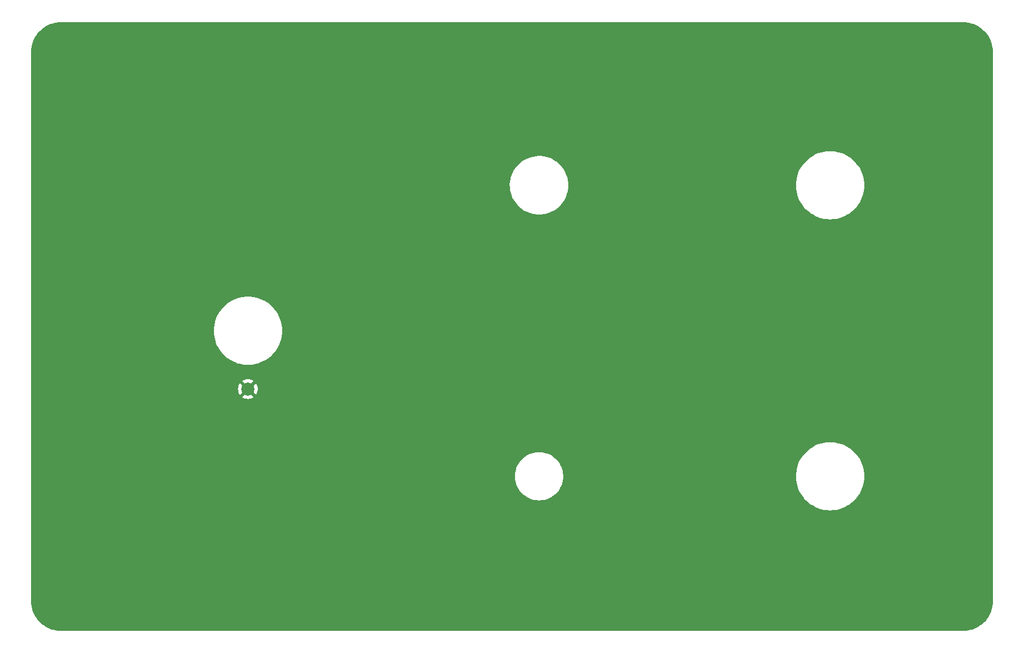
<source format=gtl>
G04 #@! TF.GenerationSoftware,KiCad,Pcbnew,6.0.5+dfsg-1~bpo11+1*
G04 #@! TF.CreationDate,2022-08-10T11:57:08+00:00*
G04 #@! TF.ProjectId,mod_osc_pcb_panel,6d6f645f-6f73-4635-9f70-63625f70616e,0*
G04 #@! TF.SameCoordinates,Original*
G04 #@! TF.FileFunction,Copper,L1,Top*
G04 #@! TF.FilePolarity,Positive*
%FSLAX46Y46*%
G04 Gerber Fmt 4.6, Leading zero omitted, Abs format (unit mm)*
G04 Created by KiCad (PCBNEW 6.0.5+dfsg-1~bpo11+1) date 2022-08-10 11:57:08*
%MOMM*%
%LPD*%
G01*
G04 APERTURE LIST*
G04 #@! TA.AperFunction,ComponentPad*
%ADD10C,2.000000*%
G04 #@! TD*
G04 APERTURE END LIST*
D10*
X96012000Y-108331000D03*
G04 #@! TA.AperFunction,Conductor*
G36*
X205202018Y-52326000D02*
G01*
X205216851Y-52328310D01*
X205216855Y-52328310D01*
X205225724Y-52329691D01*
X205246183Y-52327016D01*
X205268008Y-52326072D01*
X205624937Y-52341656D01*
X205635886Y-52342614D01*
X206020379Y-52393233D01*
X206031205Y-52395142D01*
X206409822Y-52479080D01*
X206420439Y-52481925D01*
X206590702Y-52535608D01*
X206790302Y-52598542D01*
X206800615Y-52602295D01*
X207158932Y-52750715D01*
X207168876Y-52755353D01*
X207512867Y-52934423D01*
X207522387Y-52939919D01*
X207849468Y-53148292D01*
X207858472Y-53154597D01*
X208166138Y-53390678D01*
X208174558Y-53397743D01*
X208460483Y-53659744D01*
X208468256Y-53667517D01*
X208730257Y-53953442D01*
X208737322Y-53961862D01*
X208973403Y-54269528D01*
X208979708Y-54278532D01*
X209188081Y-54605613D01*
X209193577Y-54615133D01*
X209372643Y-54959115D01*
X209377289Y-54969077D01*
X209525702Y-55327377D01*
X209529461Y-55337706D01*
X209646075Y-55707561D01*
X209648920Y-55718178D01*
X209732858Y-56096795D01*
X209734767Y-56107621D01*
X209785386Y-56492114D01*
X209786344Y-56503064D01*
X209801603Y-56852552D01*
X209800223Y-56877429D01*
X209798309Y-56889724D01*
X209799473Y-56898626D01*
X209799473Y-56898628D01*
X209802436Y-56921283D01*
X209803500Y-56937621D01*
X209803500Y-140666633D01*
X209802000Y-140686018D01*
X209799690Y-140700851D01*
X209799690Y-140700855D01*
X209798309Y-140709724D01*
X209800984Y-140730183D01*
X209801928Y-140752012D01*
X209786344Y-141108936D01*
X209785386Y-141119886D01*
X209734767Y-141504379D01*
X209732858Y-141515205D01*
X209648920Y-141893822D01*
X209646075Y-141904439D01*
X209529461Y-142274294D01*
X209525702Y-142284623D01*
X209377289Y-142642923D01*
X209372643Y-142652885D01*
X209193577Y-142996867D01*
X209188081Y-143006387D01*
X208979708Y-143333468D01*
X208973403Y-143342472D01*
X208737322Y-143650138D01*
X208730257Y-143658558D01*
X208468256Y-143944483D01*
X208460483Y-143952256D01*
X208174558Y-144214257D01*
X208166138Y-144221322D01*
X207858472Y-144457403D01*
X207849468Y-144463708D01*
X207522387Y-144672081D01*
X207512868Y-144677576D01*
X207168876Y-144856647D01*
X207158932Y-144861285D01*
X206800615Y-145009705D01*
X206790302Y-145013458D01*
X206590702Y-145076392D01*
X206420439Y-145130075D01*
X206409822Y-145132920D01*
X206031205Y-145216858D01*
X206020379Y-145218767D01*
X205635886Y-145269386D01*
X205624937Y-145270344D01*
X205275446Y-145285603D01*
X205250571Y-145284223D01*
X205238276Y-145282309D01*
X205229374Y-145283473D01*
X205229372Y-145283473D01*
X205214323Y-145285441D01*
X205206714Y-145286436D01*
X205190379Y-145287500D01*
X67486367Y-145287500D01*
X67466982Y-145286000D01*
X67452149Y-145283690D01*
X67452145Y-145283690D01*
X67443276Y-145282309D01*
X67422817Y-145284984D01*
X67400992Y-145285928D01*
X67044063Y-145270344D01*
X67033114Y-145269386D01*
X66648621Y-145218767D01*
X66637795Y-145216858D01*
X66259178Y-145132920D01*
X66248561Y-145130075D01*
X66078298Y-145076392D01*
X65878698Y-145013458D01*
X65868385Y-145009705D01*
X65510068Y-144861285D01*
X65500124Y-144856647D01*
X65156132Y-144677576D01*
X65146613Y-144672081D01*
X64819532Y-144463708D01*
X64810528Y-144457403D01*
X64502862Y-144221322D01*
X64494442Y-144214257D01*
X64208517Y-143952256D01*
X64200744Y-143944483D01*
X63938743Y-143658558D01*
X63931678Y-143650138D01*
X63695597Y-143342472D01*
X63689292Y-143333468D01*
X63480919Y-143006387D01*
X63475423Y-142996867D01*
X63296357Y-142652885D01*
X63291711Y-142642923D01*
X63143298Y-142284623D01*
X63139539Y-142274294D01*
X63022925Y-141904439D01*
X63020080Y-141893822D01*
X62936142Y-141515205D01*
X62934233Y-141504379D01*
X62883614Y-141119886D01*
X62882656Y-141108936D01*
X62867561Y-140763208D01*
X62869188Y-140736805D01*
X62869769Y-140733352D01*
X62869770Y-140733345D01*
X62870576Y-140728552D01*
X62870729Y-140716000D01*
X62866773Y-140688376D01*
X62865500Y-140670514D01*
X62865500Y-121666000D01*
X136773445Y-121666000D01*
X136793651Y-122051559D01*
X136794164Y-122054799D01*
X136794165Y-122054807D01*
X136821970Y-122230357D01*
X136854049Y-122432894D01*
X136953976Y-122805826D01*
X137092337Y-123166270D01*
X137093835Y-123169210D01*
X137237572Y-123451308D01*
X137267618Y-123510277D01*
X137477896Y-123834078D01*
X137720869Y-124134125D01*
X137993875Y-124407131D01*
X138293922Y-124650104D01*
X138617722Y-124860382D01*
X138620656Y-124861877D01*
X138620663Y-124861881D01*
X138829246Y-124968159D01*
X138961730Y-125035663D01*
X139322174Y-125174024D01*
X139695106Y-125273951D01*
X139897643Y-125306030D01*
X140073193Y-125333835D01*
X140073201Y-125333836D01*
X140076441Y-125334349D01*
X140462000Y-125354555D01*
X140847559Y-125334349D01*
X140850799Y-125333836D01*
X140850807Y-125333835D01*
X141026357Y-125306030D01*
X141228894Y-125273951D01*
X141601826Y-125174024D01*
X141962270Y-125035663D01*
X142094754Y-124968159D01*
X142303337Y-124861881D01*
X142303344Y-124861877D01*
X142306278Y-124860382D01*
X142630078Y-124650104D01*
X142930125Y-124407131D01*
X143203131Y-124134125D01*
X143446104Y-123834078D01*
X143656382Y-123510277D01*
X143686429Y-123451308D01*
X143830165Y-123169210D01*
X143831663Y-123166270D01*
X143970024Y-122805826D01*
X144069951Y-122432894D01*
X144102030Y-122230357D01*
X144129835Y-122054807D01*
X144129836Y-122054799D01*
X144130349Y-122051559D01*
X144150555Y-121666000D01*
X179699539Y-121666000D01*
X179699659Y-121668748D01*
X179716515Y-122054807D01*
X179719374Y-122120296D01*
X179778728Y-122571134D01*
X179877149Y-123015084D01*
X179877977Y-123017709D01*
X179877978Y-123017714D01*
X179942394Y-123222013D01*
X180013889Y-123448767D01*
X180187906Y-123868881D01*
X180397876Y-124272230D01*
X180642202Y-124655745D01*
X180643868Y-124657916D01*
X180643870Y-124657919D01*
X180881926Y-124968159D01*
X180919023Y-125016505D01*
X181226233Y-125351767D01*
X181561495Y-125658977D01*
X181563657Y-125660636D01*
X181563663Y-125660641D01*
X181780495Y-125827022D01*
X181922255Y-125935798D01*
X182305769Y-126180124D01*
X182709119Y-126390094D01*
X183129233Y-126564111D01*
X183131853Y-126564937D01*
X183131861Y-126564940D01*
X183560286Y-126700022D01*
X183560291Y-126700023D01*
X183562916Y-126700851D01*
X184006866Y-126799272D01*
X184009585Y-126799630D01*
X184009591Y-126799631D01*
X184178548Y-126821874D01*
X184457704Y-126858626D01*
X184460453Y-126858746D01*
X184460464Y-126858747D01*
X184909252Y-126878341D01*
X184912000Y-126878461D01*
X184914748Y-126878341D01*
X185363536Y-126858747D01*
X185363547Y-126858746D01*
X185366296Y-126858626D01*
X185645452Y-126821874D01*
X185814409Y-126799631D01*
X185814415Y-126799630D01*
X185817134Y-126799272D01*
X186261084Y-126700851D01*
X186263709Y-126700023D01*
X186263714Y-126700022D01*
X186692139Y-126564940D01*
X186692147Y-126564937D01*
X186694767Y-126564111D01*
X187114881Y-126390094D01*
X187518231Y-126180124D01*
X187901745Y-125935798D01*
X188043505Y-125827022D01*
X188260337Y-125660641D01*
X188260343Y-125660636D01*
X188262505Y-125658977D01*
X188597767Y-125351767D01*
X188904977Y-125016505D01*
X188942075Y-124968159D01*
X189180130Y-124657919D01*
X189180132Y-124657916D01*
X189181798Y-124655745D01*
X189426124Y-124272230D01*
X189636094Y-123868881D01*
X189810111Y-123448767D01*
X189881607Y-123222013D01*
X189946022Y-123017714D01*
X189946023Y-123017709D01*
X189946851Y-123015084D01*
X190045272Y-122571134D01*
X190104626Y-122120296D01*
X190107486Y-122054807D01*
X190124341Y-121668748D01*
X190124461Y-121666000D01*
X190121906Y-121607490D01*
X190104747Y-121214464D01*
X190104746Y-121214453D01*
X190104626Y-121211704D01*
X190057278Y-120852061D01*
X190045631Y-120763591D01*
X190045630Y-120763585D01*
X190045272Y-120760866D01*
X189946851Y-120316916D01*
X189851716Y-120015186D01*
X189810940Y-119885861D01*
X189810937Y-119885853D01*
X189810111Y-119883233D01*
X189636094Y-119463119D01*
X189426124Y-119059770D01*
X189181798Y-118676255D01*
X189026154Y-118473416D01*
X188906641Y-118317663D01*
X188906636Y-118317657D01*
X188904977Y-118315495D01*
X188597767Y-117980233D01*
X188262505Y-117673023D01*
X188260343Y-117671364D01*
X188260337Y-117671359D01*
X187903919Y-117397870D01*
X187903916Y-117397868D01*
X187901745Y-117396202D01*
X187518231Y-117151876D01*
X187114881Y-116941906D01*
X186694767Y-116767889D01*
X186692147Y-116767063D01*
X186692139Y-116767060D01*
X186263714Y-116631978D01*
X186263709Y-116631977D01*
X186261084Y-116631149D01*
X185817134Y-116532728D01*
X185814415Y-116532370D01*
X185814409Y-116532369D01*
X185645452Y-116510126D01*
X185366296Y-116473374D01*
X185363547Y-116473254D01*
X185363536Y-116473253D01*
X184914748Y-116453659D01*
X184912000Y-116453539D01*
X184909252Y-116453659D01*
X184460464Y-116473253D01*
X184460453Y-116473254D01*
X184457704Y-116473374D01*
X184178548Y-116510126D01*
X184009591Y-116532369D01*
X184009585Y-116532370D01*
X184006866Y-116532728D01*
X183562916Y-116631149D01*
X183560291Y-116631977D01*
X183560286Y-116631978D01*
X183131861Y-116767060D01*
X183131853Y-116767063D01*
X183129233Y-116767889D01*
X182709119Y-116941906D01*
X182305770Y-117151876D01*
X181922255Y-117396202D01*
X181920084Y-117397868D01*
X181920081Y-117397870D01*
X181563663Y-117671359D01*
X181563657Y-117671364D01*
X181561495Y-117673023D01*
X181226233Y-117980233D01*
X180919023Y-118315495D01*
X180917364Y-118317657D01*
X180917359Y-118317663D01*
X180797846Y-118473416D01*
X180642202Y-118676255D01*
X180397876Y-119059770D01*
X180187906Y-119463119D01*
X180013889Y-119883233D01*
X180013063Y-119885853D01*
X180013060Y-119885861D01*
X179972284Y-120015186D01*
X179877149Y-120316916D01*
X179778728Y-120760866D01*
X179778370Y-120763585D01*
X179778369Y-120763591D01*
X179766722Y-120852061D01*
X179719374Y-121211704D01*
X179702094Y-121607491D01*
X179699539Y-121666000D01*
X144150555Y-121666000D01*
X144130349Y-121280441D01*
X144117433Y-121198889D01*
X144070467Y-120902367D01*
X144069951Y-120899106D01*
X143970024Y-120526174D01*
X143831663Y-120165730D01*
X143754957Y-120015186D01*
X143657881Y-119824664D01*
X143657877Y-119824657D01*
X143656382Y-119821723D01*
X143446104Y-119497922D01*
X143203131Y-119197875D01*
X142930125Y-118924869D01*
X142630078Y-118681896D01*
X142306278Y-118471618D01*
X142303344Y-118470123D01*
X142303337Y-118470119D01*
X141965210Y-118297835D01*
X141962270Y-118296337D01*
X141601826Y-118157976D01*
X141228894Y-118058049D01*
X141026357Y-118025970D01*
X140850807Y-117998165D01*
X140850799Y-117998164D01*
X140847559Y-117997651D01*
X140462000Y-117977445D01*
X140076441Y-117997651D01*
X140073201Y-117998164D01*
X140073193Y-117998165D01*
X139897643Y-118025970D01*
X139695106Y-118058049D01*
X139322174Y-118157976D01*
X138961730Y-118296337D01*
X138958790Y-118297835D01*
X138620664Y-118470119D01*
X138620657Y-118470123D01*
X138617723Y-118471618D01*
X138293922Y-118681896D01*
X137993875Y-118924869D01*
X137720869Y-119197875D01*
X137477896Y-119497922D01*
X137267618Y-119821723D01*
X137266123Y-119824657D01*
X137266119Y-119824664D01*
X137169043Y-120015186D01*
X137092337Y-120165730D01*
X136953976Y-120526174D01*
X136854049Y-120899106D01*
X136853533Y-120902367D01*
X136806568Y-121198889D01*
X136793651Y-121280441D01*
X136774908Y-121638077D01*
X136773445Y-121666000D01*
X62865500Y-121666000D01*
X62865500Y-109563670D01*
X95144160Y-109563670D01*
X95149887Y-109571320D01*
X95321042Y-109676205D01*
X95329837Y-109680687D01*
X95539988Y-109767734D01*
X95549373Y-109770783D01*
X95770554Y-109823885D01*
X95780301Y-109825428D01*
X96007070Y-109843275D01*
X96016930Y-109843275D01*
X96243699Y-109825428D01*
X96253446Y-109823885D01*
X96474627Y-109770783D01*
X96484012Y-109767734D01*
X96694163Y-109680687D01*
X96702958Y-109676205D01*
X96870445Y-109573568D01*
X96879907Y-109563110D01*
X96876124Y-109554334D01*
X96024812Y-108703022D01*
X96010868Y-108695408D01*
X96009035Y-108695539D01*
X96002420Y-108699790D01*
X95150920Y-109551290D01*
X95144160Y-109563670D01*
X62865500Y-109563670D01*
X62865500Y-108335930D01*
X94499725Y-108335930D01*
X94517572Y-108562699D01*
X94519115Y-108572446D01*
X94572217Y-108793627D01*
X94575266Y-108803012D01*
X94662313Y-109013163D01*
X94666795Y-109021958D01*
X94769432Y-109189445D01*
X94779890Y-109198907D01*
X94788666Y-109195124D01*
X95639978Y-108343812D01*
X95646356Y-108332132D01*
X96376408Y-108332132D01*
X96376539Y-108333965D01*
X96380790Y-108340580D01*
X97232290Y-109192080D01*
X97244670Y-109198840D01*
X97252320Y-109193113D01*
X97357205Y-109021958D01*
X97361687Y-109013163D01*
X97448734Y-108803012D01*
X97451783Y-108793627D01*
X97504885Y-108572446D01*
X97506428Y-108562699D01*
X97524275Y-108335930D01*
X97524275Y-108326070D01*
X97506428Y-108099301D01*
X97504885Y-108089554D01*
X97451783Y-107868373D01*
X97448734Y-107858988D01*
X97361687Y-107648837D01*
X97357205Y-107640042D01*
X97254568Y-107472555D01*
X97244110Y-107463093D01*
X97235334Y-107466876D01*
X96384022Y-108318188D01*
X96376408Y-108332132D01*
X95646356Y-108332132D01*
X95647592Y-108329868D01*
X95647461Y-108328035D01*
X95643210Y-108321420D01*
X94791710Y-107469920D01*
X94779330Y-107463160D01*
X94771680Y-107468887D01*
X94666795Y-107640042D01*
X94662313Y-107648837D01*
X94575266Y-107858988D01*
X94572217Y-107868373D01*
X94519115Y-108089554D01*
X94517572Y-108099301D01*
X94499725Y-108326070D01*
X94499725Y-108335930D01*
X62865500Y-108335930D01*
X62865500Y-107098890D01*
X95144093Y-107098890D01*
X95147876Y-107107666D01*
X95999188Y-107958978D01*
X96013132Y-107966592D01*
X96014965Y-107966461D01*
X96021580Y-107962210D01*
X96873080Y-107110710D01*
X96879840Y-107098330D01*
X96874113Y-107090680D01*
X96702958Y-106985795D01*
X96694163Y-106981313D01*
X96484012Y-106894266D01*
X96474627Y-106891217D01*
X96253446Y-106838115D01*
X96243699Y-106836572D01*
X96016930Y-106818725D01*
X96007070Y-106818725D01*
X95780301Y-106836572D01*
X95770554Y-106838115D01*
X95549373Y-106891217D01*
X95539988Y-106894266D01*
X95329837Y-106981313D01*
X95321042Y-106985795D01*
X95153555Y-107088432D01*
X95144093Y-107098890D01*
X62865500Y-107098890D01*
X62865500Y-99441000D01*
X90799539Y-99441000D01*
X90799659Y-99443748D01*
X90814849Y-99791652D01*
X90819374Y-99895296D01*
X90878728Y-100346134D01*
X90977149Y-100790084D01*
X90977977Y-100792709D01*
X90977978Y-100792714D01*
X91038173Y-100983626D01*
X91113889Y-101223767D01*
X91287906Y-101643881D01*
X91497876Y-102047230D01*
X91742202Y-102430745D01*
X91743868Y-102432916D01*
X91743870Y-102432919D01*
X91981926Y-102743159D01*
X92019023Y-102791505D01*
X92326233Y-103126767D01*
X92661495Y-103433977D01*
X92663657Y-103435636D01*
X92663663Y-103435641D01*
X92880495Y-103602022D01*
X93022255Y-103710798D01*
X93405769Y-103955124D01*
X93809119Y-104165094D01*
X94229233Y-104339111D01*
X94231853Y-104339937D01*
X94231861Y-104339940D01*
X94660286Y-104475022D01*
X94660291Y-104475023D01*
X94662916Y-104475851D01*
X95106866Y-104574272D01*
X95109585Y-104574630D01*
X95109591Y-104574631D01*
X95278548Y-104596874D01*
X95557704Y-104633626D01*
X95560453Y-104633746D01*
X95560464Y-104633747D01*
X96009252Y-104653341D01*
X96012000Y-104653461D01*
X96014748Y-104653341D01*
X96463536Y-104633747D01*
X96463547Y-104633746D01*
X96466296Y-104633626D01*
X96745452Y-104596874D01*
X96914409Y-104574631D01*
X96914415Y-104574630D01*
X96917134Y-104574272D01*
X97361084Y-104475851D01*
X97363709Y-104475023D01*
X97363714Y-104475022D01*
X97792139Y-104339940D01*
X97792147Y-104339937D01*
X97794767Y-104339111D01*
X98214881Y-104165094D01*
X98618231Y-103955124D01*
X99001745Y-103710798D01*
X99143505Y-103602022D01*
X99360337Y-103435641D01*
X99360343Y-103435636D01*
X99362505Y-103433977D01*
X99697767Y-103126767D01*
X100004977Y-102791505D01*
X100042075Y-102743159D01*
X100280130Y-102432919D01*
X100280132Y-102432916D01*
X100281798Y-102430745D01*
X100526124Y-102047230D01*
X100736094Y-101643881D01*
X100910111Y-101223767D01*
X100985828Y-100983626D01*
X101046022Y-100792714D01*
X101046023Y-100792709D01*
X101046851Y-100790084D01*
X101145272Y-100346134D01*
X101204626Y-99895296D01*
X101209152Y-99791652D01*
X101224341Y-99443748D01*
X101224461Y-99441000D01*
X101221906Y-99382490D01*
X101204747Y-98989464D01*
X101204746Y-98989453D01*
X101204626Y-98986704D01*
X101157278Y-98627061D01*
X101145631Y-98538591D01*
X101145630Y-98538585D01*
X101145272Y-98535866D01*
X101046851Y-98091916D01*
X100910111Y-97658233D01*
X100736094Y-97238119D01*
X100526124Y-96834770D01*
X100281798Y-96451255D01*
X100098337Y-96212164D01*
X100006641Y-96092663D01*
X100006636Y-96092657D01*
X100004977Y-96090495D01*
X99697767Y-95755233D01*
X99362505Y-95448023D01*
X99360343Y-95446364D01*
X99360337Y-95446359D01*
X99003919Y-95172870D01*
X99003916Y-95172868D01*
X99001745Y-95171202D01*
X98618231Y-94926876D01*
X98214881Y-94716906D01*
X97794767Y-94542889D01*
X97792147Y-94542063D01*
X97792139Y-94542060D01*
X97363714Y-94406978D01*
X97363709Y-94406977D01*
X97361084Y-94406149D01*
X96917134Y-94307728D01*
X96914415Y-94307370D01*
X96914409Y-94307369D01*
X96745452Y-94285126D01*
X96466296Y-94248374D01*
X96463547Y-94248254D01*
X96463536Y-94248253D01*
X96014748Y-94228659D01*
X96012000Y-94228539D01*
X96009252Y-94228659D01*
X95560464Y-94248253D01*
X95560453Y-94248254D01*
X95557704Y-94248374D01*
X95278548Y-94285126D01*
X95109591Y-94307369D01*
X95109585Y-94307370D01*
X95106866Y-94307728D01*
X94662916Y-94406149D01*
X94660291Y-94406977D01*
X94660286Y-94406978D01*
X94231861Y-94542060D01*
X94231853Y-94542063D01*
X94229233Y-94542889D01*
X93809119Y-94716906D01*
X93405770Y-94926876D01*
X93022255Y-95171202D01*
X93020084Y-95172868D01*
X93020081Y-95172870D01*
X92663663Y-95446359D01*
X92663657Y-95446364D01*
X92661495Y-95448023D01*
X92326233Y-95755233D01*
X92019023Y-96090495D01*
X92017364Y-96092657D01*
X92017359Y-96092663D01*
X91925663Y-96212164D01*
X91742202Y-96451255D01*
X91497876Y-96834770D01*
X91287906Y-97238119D01*
X91113889Y-97658233D01*
X90977149Y-98091916D01*
X90878728Y-98535866D01*
X90878370Y-98538585D01*
X90878369Y-98538591D01*
X90866722Y-98627061D01*
X90819374Y-98986704D01*
X90802094Y-99382491D01*
X90799539Y-99441000D01*
X62865500Y-99441000D01*
X62865500Y-77075406D01*
X135988239Y-77075406D01*
X135990258Y-77203944D01*
X135994862Y-77497048D01*
X136041137Y-77916196D01*
X136041739Y-77919105D01*
X136041741Y-77919115D01*
X136121907Y-78306220D01*
X136126651Y-78329128D01*
X136250646Y-78732181D01*
X136412021Y-79121775D01*
X136609345Y-79494454D01*
X136610970Y-79496928D01*
X136610976Y-79496938D01*
X136683006Y-79606593D01*
X136840864Y-79846909D01*
X137104525Y-80176012D01*
X137397988Y-80478842D01*
X137400242Y-80480767D01*
X137616861Y-80665777D01*
X137718646Y-80752710D01*
X138063655Y-80995186D01*
X138170305Y-81056018D01*
X138427376Y-81202649D01*
X138427381Y-81202652D01*
X138429952Y-81204118D01*
X138814286Y-81377652D01*
X139213244Y-81514246D01*
X139216118Y-81514936D01*
X139216125Y-81514938D01*
X139620408Y-81611997D01*
X139620412Y-81611998D01*
X139623287Y-81612688D01*
X139626220Y-81613105D01*
X139626223Y-81613106D01*
X139829426Y-81642026D01*
X140040774Y-81672105D01*
X140462000Y-81691970D01*
X140883226Y-81672105D01*
X141094574Y-81642026D01*
X141297777Y-81613106D01*
X141297780Y-81613105D01*
X141300713Y-81612688D01*
X141303588Y-81611998D01*
X141303592Y-81611997D01*
X141707875Y-81514938D01*
X141707882Y-81514936D01*
X141710756Y-81514246D01*
X142109714Y-81377652D01*
X142494048Y-81204118D01*
X142496619Y-81202652D01*
X142496624Y-81202649D01*
X142753695Y-81056018D01*
X142860345Y-80995186D01*
X143205354Y-80752710D01*
X143307140Y-80665777D01*
X143523758Y-80480767D01*
X143526012Y-80478842D01*
X143819475Y-80176012D01*
X144083136Y-79846909D01*
X144240994Y-79606593D01*
X144313024Y-79496938D01*
X144313030Y-79496928D01*
X144314655Y-79494454D01*
X144511979Y-79121775D01*
X144673354Y-78732181D01*
X144797349Y-78329128D01*
X144802093Y-78306220D01*
X144882259Y-77919115D01*
X144882261Y-77919105D01*
X144882863Y-77916196D01*
X144929138Y-77497048D01*
X144937970Y-77216000D01*
X179699539Y-77216000D01*
X179699659Y-77218748D01*
X179716872Y-77612981D01*
X179719374Y-77670296D01*
X179778728Y-78121134D01*
X179877149Y-78565084D01*
X179877977Y-78567709D01*
X179877978Y-78567714D01*
X180009405Y-78984545D01*
X180013889Y-78998767D01*
X180187906Y-79418881D01*
X180397876Y-79822230D01*
X180642202Y-80205745D01*
X180643868Y-80207916D01*
X180643870Y-80207919D01*
X180905645Y-80549070D01*
X180919023Y-80566505D01*
X181226233Y-80901767D01*
X181561495Y-81208977D01*
X181563657Y-81210636D01*
X181563663Y-81210641D01*
X181802817Y-81394150D01*
X181922255Y-81485798D01*
X182305769Y-81730124D01*
X182709119Y-81940094D01*
X183129233Y-82114111D01*
X183131853Y-82114937D01*
X183131861Y-82114940D01*
X183560286Y-82250022D01*
X183560291Y-82250023D01*
X183562916Y-82250851D01*
X184006866Y-82349272D01*
X184009585Y-82349630D01*
X184009591Y-82349631D01*
X184178548Y-82371874D01*
X184457704Y-82408626D01*
X184460453Y-82408746D01*
X184460464Y-82408747D01*
X184909252Y-82428341D01*
X184912000Y-82428461D01*
X184914748Y-82428341D01*
X185363536Y-82408747D01*
X185363547Y-82408746D01*
X185366296Y-82408626D01*
X185645452Y-82371874D01*
X185814409Y-82349631D01*
X185814415Y-82349630D01*
X185817134Y-82349272D01*
X186261084Y-82250851D01*
X186263709Y-82250023D01*
X186263714Y-82250022D01*
X186692139Y-82114940D01*
X186692147Y-82114937D01*
X186694767Y-82114111D01*
X187114881Y-81940094D01*
X187518231Y-81730124D01*
X187901745Y-81485798D01*
X188021183Y-81394150D01*
X188260337Y-81210641D01*
X188260343Y-81210636D01*
X188262505Y-81208977D01*
X188597767Y-80901767D01*
X188904977Y-80566505D01*
X188918356Y-80549070D01*
X189180130Y-80207919D01*
X189180132Y-80207916D01*
X189181798Y-80205745D01*
X189426124Y-79822230D01*
X189636094Y-79418881D01*
X189810111Y-78998767D01*
X189814596Y-78984545D01*
X189946022Y-78567714D01*
X189946023Y-78567709D01*
X189946851Y-78565084D01*
X190045272Y-78121134D01*
X190104626Y-77670296D01*
X190107129Y-77612981D01*
X190124341Y-77218748D01*
X190124461Y-77216000D01*
X190108175Y-76842981D01*
X190104747Y-76764464D01*
X190104746Y-76764453D01*
X190104626Y-76761704D01*
X190054403Y-76380223D01*
X190045631Y-76313591D01*
X190045630Y-76313585D01*
X190045272Y-76310866D01*
X189946851Y-75866916D01*
X189852693Y-75568286D01*
X189810940Y-75435861D01*
X189810937Y-75435853D01*
X189810111Y-75433233D01*
X189636094Y-75013119D01*
X189426124Y-74609770D01*
X189181798Y-74226255D01*
X189131531Y-74160746D01*
X188906641Y-73867663D01*
X188906636Y-73867657D01*
X188904977Y-73865495D01*
X188597767Y-73530233D01*
X188262505Y-73223023D01*
X188260343Y-73221364D01*
X188260337Y-73221359D01*
X187903919Y-72947870D01*
X187903916Y-72947868D01*
X187901745Y-72946202D01*
X187518231Y-72701876D01*
X187114881Y-72491906D01*
X186694767Y-72317889D01*
X186692147Y-72317063D01*
X186692139Y-72317060D01*
X186263714Y-72181978D01*
X186263709Y-72181977D01*
X186261084Y-72181149D01*
X185817134Y-72082728D01*
X185814415Y-72082370D01*
X185814409Y-72082369D01*
X185645452Y-72060126D01*
X185366296Y-72023374D01*
X185363547Y-72023254D01*
X185363536Y-72023253D01*
X184914748Y-72003659D01*
X184912000Y-72003539D01*
X184909252Y-72003659D01*
X184460464Y-72023253D01*
X184460453Y-72023254D01*
X184457704Y-72023374D01*
X184178548Y-72060126D01*
X184009591Y-72082369D01*
X184009585Y-72082370D01*
X184006866Y-72082728D01*
X183562916Y-72181149D01*
X183560291Y-72181977D01*
X183560286Y-72181978D01*
X183131861Y-72317060D01*
X183131853Y-72317063D01*
X183129233Y-72317889D01*
X182709119Y-72491906D01*
X182305770Y-72701876D01*
X181922255Y-72946202D01*
X181920084Y-72947868D01*
X181920081Y-72947870D01*
X181563663Y-73221359D01*
X181563657Y-73221364D01*
X181561495Y-73223023D01*
X181226233Y-73530233D01*
X180919023Y-73865495D01*
X180917364Y-73867657D01*
X180917359Y-73867663D01*
X180692469Y-74160746D01*
X180642202Y-74226255D01*
X180397876Y-74609770D01*
X180187906Y-75013119D01*
X180013889Y-75433233D01*
X180013063Y-75435853D01*
X180013060Y-75435861D01*
X179971307Y-75568286D01*
X179877149Y-75866916D01*
X179778728Y-76310866D01*
X179778370Y-76313585D01*
X179778369Y-76313591D01*
X179769597Y-76380223D01*
X179719374Y-76761704D01*
X179702094Y-77157491D01*
X179699539Y-77216000D01*
X144937970Y-77216000D01*
X144918105Y-76794774D01*
X144858688Y-76377287D01*
X144842097Y-76308179D01*
X144760938Y-75970125D01*
X144760936Y-75970118D01*
X144760246Y-75967244D01*
X144623652Y-75568286D01*
X144450118Y-75183952D01*
X144241186Y-74817655D01*
X143998710Y-74472646D01*
X143724842Y-74151988D01*
X143422012Y-73858525D01*
X143092909Y-73594864D01*
X142997593Y-73532253D01*
X142742938Y-73364976D01*
X142742928Y-73364970D01*
X142740454Y-73363345D01*
X142367775Y-73166021D01*
X141978181Y-73004646D01*
X141975358Y-73003778D01*
X141975351Y-73003775D01*
X141577966Y-72881524D01*
X141577964Y-72881524D01*
X141575128Y-72880651D01*
X141572225Y-72880050D01*
X141572218Y-72880048D01*
X141165115Y-72795741D01*
X141165105Y-72795739D01*
X141162196Y-72795137D01*
X140743048Y-72748862D01*
X140740067Y-72748815D01*
X140740064Y-72748815D01*
X140620198Y-72746932D01*
X140321406Y-72742239D01*
X140318462Y-72742471D01*
X140318452Y-72742471D01*
X139910378Y-72774587D01*
X139901012Y-72775324D01*
X139485597Y-72847826D01*
X139482726Y-72848612D01*
X139482719Y-72848613D01*
X139081713Y-72958316D01*
X139081703Y-72958319D01*
X139078849Y-72959100D01*
X139076085Y-72960144D01*
X139076074Y-72960148D01*
X138706695Y-73099725D01*
X138684378Y-73108158D01*
X138681711Y-73109465D01*
X138681710Y-73109465D01*
X138449910Y-73223023D01*
X138305685Y-73293678D01*
X137946132Y-73514012D01*
X137943747Y-73515802D01*
X137943748Y-73515802D01*
X137611283Y-73765423D01*
X137611276Y-73765429D01*
X137608909Y-73767206D01*
X137606728Y-73769191D01*
X137606719Y-73769198D01*
X137367178Y-73987164D01*
X137297011Y-74051011D01*
X137295031Y-74053187D01*
X137015198Y-74360719D01*
X137015191Y-74360728D01*
X137013206Y-74362909D01*
X137011429Y-74365276D01*
X137011423Y-74365283D01*
X136827858Y-74609770D01*
X136760012Y-74700132D01*
X136758458Y-74702668D01*
X136569713Y-75010673D01*
X136539678Y-75059685D01*
X136538366Y-75062364D01*
X136538365Y-75062365D01*
X136355465Y-75435710D01*
X136354158Y-75438378D01*
X136353111Y-75441148D01*
X136353110Y-75441151D01*
X136206148Y-75830074D01*
X136206144Y-75830085D01*
X136205100Y-75832849D01*
X136204319Y-75835703D01*
X136204316Y-75835713D01*
X136128091Y-76114346D01*
X136093826Y-76239597D01*
X136021324Y-76655012D01*
X135988239Y-77075406D01*
X62865500Y-77075406D01*
X62865500Y-56949250D01*
X62867246Y-56928345D01*
X62869770Y-56913344D01*
X62869770Y-56913341D01*
X62870576Y-56908552D01*
X62870729Y-56896000D01*
X62870039Y-56891184D01*
X62870039Y-56891178D01*
X62868387Y-56879644D01*
X62867234Y-56856284D01*
X62882656Y-56503064D01*
X62883614Y-56492114D01*
X62934233Y-56107621D01*
X62936142Y-56096795D01*
X63020080Y-55718178D01*
X63022925Y-55707561D01*
X63139539Y-55337706D01*
X63143298Y-55327377D01*
X63291711Y-54969077D01*
X63296357Y-54959115D01*
X63475423Y-54615133D01*
X63480919Y-54605613D01*
X63689292Y-54278532D01*
X63695597Y-54269528D01*
X63931678Y-53961862D01*
X63938743Y-53953442D01*
X64200744Y-53667517D01*
X64208517Y-53659744D01*
X64494442Y-53397743D01*
X64502862Y-53390678D01*
X64810528Y-53154597D01*
X64819532Y-53148292D01*
X65146613Y-52939919D01*
X65156133Y-52934423D01*
X65500124Y-52755353D01*
X65510068Y-52750715D01*
X65868385Y-52602295D01*
X65878698Y-52598542D01*
X66078298Y-52535608D01*
X66248561Y-52481925D01*
X66259178Y-52479080D01*
X66637795Y-52395142D01*
X66648621Y-52393233D01*
X67033114Y-52342614D01*
X67044063Y-52341656D01*
X67393554Y-52326397D01*
X67418429Y-52327777D01*
X67430724Y-52329691D01*
X67439626Y-52328527D01*
X67439628Y-52328527D01*
X67458399Y-52326072D01*
X67462286Y-52325564D01*
X67478621Y-52324500D01*
X205182633Y-52324500D01*
X205202018Y-52326000D01*
G37*
G04 #@! TD.AperFunction*
M02*

</source>
